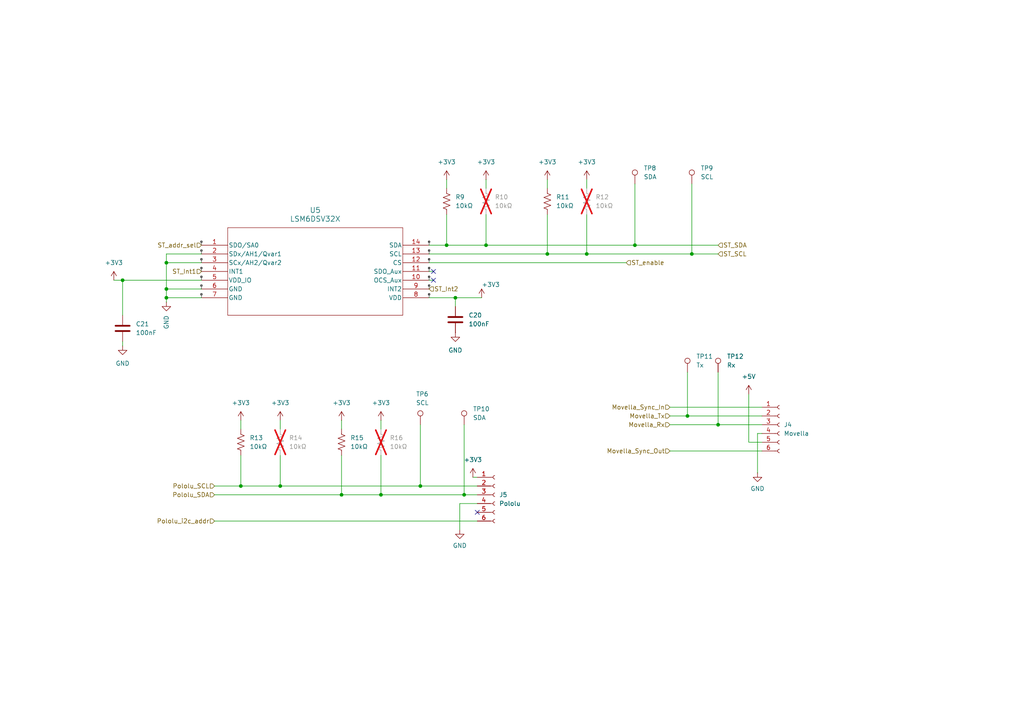
<source format=kicad_sch>
(kicad_sch (version 20231120) (generator "eeschema") (generator_version "8.0")
  (paper "A4")
  (lib_symbols
    (symbol "Connector:Conn_01x06_Socket" (pin_names (offset 1.016) hide)
      (property "Reference" "J" (at 0 7.62 0))
      (property "Value" "Conn_01x06_Socket" (at 0 -10.16 0))
      (symbol "Conn_01x06_Socket_1_1"
        (arc (start 0 -7.112) (mid -0.5058 -7.62) (end 0 -8.128) (stroke (width 0.1524)))
        (arc (start 0 -4.572) (mid -0.5058 -5.08) (end 0 -5.588) (stroke (width 0.1524)))
        (arc (start 0 -2.032) (mid -0.5058 -2.54) (end 0 -3.048) (stroke (width 0.1524)))
        (polyline (pts (xy -1.27 -7.62) (xy -0.508 -7.62)) (stroke (width 0.1524)))
        (polyline (pts (xy -1.27 -5.08) (xy -0.508 -5.08)) (stroke (width 0.1524)))
        (polyline (pts (xy -1.27 -2.54) (xy -0.508 -2.54)) (stroke (width 0.1524)))
        (polyline (pts (xy -1.27 0) (xy -0.508 0)) (stroke (width 0.1524)))
        (polyline (pts (xy -1.27 2.54) (xy -0.508 2.54)) (stroke (width 0.1524)))
        (polyline (pts (xy -1.27 5.08) (xy -0.508 5.08)) (stroke (width 0.1524)))
        (arc (start 0 0.508) (mid -0.5058 0) (end 0 -0.508) (stroke (width 0.1524)))
        (arc (start 0 3.048) (mid -0.5058 2.54) (end 0 2.032) (stroke (width 0.1524)))
        (arc (start 0 5.588) (mid -0.5058 5.08) (end 0 4.572) (stroke (width 0.1524)))
        (pin passive line (at -5.08 5.08 0) (length 3.81) (name "Pin_1") (number "1"))
        (pin passive line (at -5.08 2.54 0) (length 3.81) (name "Pin_2") (number "2"))
        (pin passive line (at -5.08 0 0) (length 3.81) (name "Pin_3") (number "3"))
        (pin passive line (at -5.08 -2.54 0) (length 3.81) (name "Pin_4") (number "4"))
        (pin passive line (at -5.08 -5.08 0) (length 3.81) (name "Pin_5") (number "5"))
        (pin passive line (at -5.08 -7.62 0) (length 3.81) (name "Pin_6") (number "6"))
      )
    )
    (symbol "Connector:TestPoint" (pin_numbers hide) (pin_names (offset 0.762) hide)
      (property "Reference" "TP" (at 0 6.858 0))
      (property "Value" "TestPoint" (at 0 5.08 0))
      (symbol "TestPoint_0_1"
        (circle (center 0 3.302) (radius 0.762))
      )
      (symbol "TestPoint_1_1"
        (pin passive line (at 0 0 90) (length 2.54) (name "1") (number "1"))
      )
    )
    (symbol "Device:C" (pin_numbers hide) (pin_names (offset 0.254))
      (property "Reference" "C" (at 0.635 2.54 0))
      (property "Value" "C" (at 0.635 -2.54 0))
      (symbol "C_0_1"
        (polyline (pts (xy -2.032 -0.762) (xy 2.032 -0.762)) (stroke (width 0.508)))
        (polyline (pts (xy -2.032 0.762) (xy 2.032 0.762)) (stroke (width 0.508)))
      )
      (symbol "C_1_1"
        (pin passive line (at 0 3.81 270) (length 2.794) (name "~") (number "1"))
        (pin passive line (at 0 -3.81 90) (length 2.794) (name "~") (number "2"))
      )
    )
    (symbol "Device:R_US" (pin_numbers hide) (pin_names (offset 0))
      (property "Reference" "R" (at 2.54 0 90))
      (property "Value" "R_US" (at -2.54 0 90))
      (symbol "R_US_0_1"
        (polyline (pts (xy 0 -2.286) (xy 0 -2.54)))
        (polyline (pts (xy 0 2.286) (xy 0 2.54)))
        (polyline (pts (xy 0 -0.762) (xy 1.016 -1.143) (xy 0 -1.524) (xy -1.016 -1.905) (xy 0 -2.286)))
        (polyline (pts (xy 0 0.762) (xy 1.016 0.381) (xy 0 0) (xy -1.016 -0.381) (xy 0 -0.762)))
        (polyline (pts (xy 0 2.286) (xy 1.016 1.905) (xy 0 1.524) (xy -1.016 1.143) (xy 0 0.762)))
      )
      (symbol "R_US_1_1"
        (pin passive line (at 0 3.81 270) (length 1.27) (name "~") (number "1"))
        (pin passive line (at 0 -3.81 90) (length 1.27) (name "~") (number "2"))
      )
    )
    (symbol "LSM6DSV32X:LSM6DSV32X" (pin_names (offset 0.254))
      (property "Reference" "U" (at 33.02 10.16 0))
      (property "Value" "LSM6DSV32X" (at 33.02 7.62 0))
      (symbol "LSM6DSV32X_0_1"
        (polyline (pts (xy 7.62 -20.32) (xy 58.42 -20.32)) (stroke (width 0.127)))
        (polyline (pts (xy 7.62 5.08) (xy 7.62 -20.32)) (stroke (width 0.127)))
        (polyline (pts (xy 58.42 -20.32) (xy 58.42 5.08)) (stroke (width 0.127)))
        (polyline (pts (xy 58.42 5.08) (xy 7.62 5.08)) (stroke (width 0.127)))
        (pin unspecified line (at 0 0 0) (length 7.62) (name "SDO/SA0") (number "1"))
        (pin unspecified line (at 66.04 -10.16 180) (length 7.62) (name "OCS_Aux") (number "10"))
        (pin unspecified line (at 66.04 -7.62 180) (length 7.62) (name "SDO_Aux") (number "11"))
        (pin unspecified line (at 66.04 -5.08 180) (length 7.62) (name "CS") (number "12"))
        (pin unspecified line (at 66.04 -2.54 180) (length 7.62) (name "SCL") (number "13"))
        (pin unspecified line (at 66.04 0 180) (length 7.62) (name "SDA") (number "14"))
        (pin unspecified line (at 0 -2.54 0) (length 7.62) (name "SDx/AH1/Qvar1") (number "2"))
        (pin unspecified line (at 0 -5.08 0) (length 7.62) (name "SCx/AH2/Qvar2") (number "3"))
        (pin output line (at 0 -7.62 0) (length 7.62) (name "INT1") (number "4"))
        (pin power_in line (at 0 -10.16 0) (length 7.62) (name "VDD_IO") (number "5"))
        (pin power_out line (at 0 -12.7 0) (length 7.62) (name "GND") (number "6"))
        (pin power_out line (at 0 -15.24 0) (length 7.62) (name "GND") (number "7"))
        (pin power_in line (at 66.04 -15.24 180) (length 7.62) (name "VDD") (number "8"))
        (pin output line (at 66.04 -12.7 180) (length 7.62) (name "INT2") (number "9"))
      )
    )
    (symbol "power:+3V3" (power) (pin_numbers hide) (pin_names (offset 0) hide)
      (property "Value" "+3V3" (at 0 3.556 0))
      (symbol "+3V3_0_1"
        (polyline (pts (xy -0.762 1.27) (xy 0 2.54)))
        (polyline (pts (xy 0 0) (xy 0 2.54)))
        (polyline (pts (xy 0 2.54) (xy 0.762 1.27)))
      )
      (symbol "+3V3_1_1"
        (pin power_in line (at 0 0 90) (length 0) (name "~") (number "1"))
      )
    )
    (symbol "power:+5V" (power) (pin_numbers hide) (pin_names (offset 0) hide)
      (property "Value" "+5V" (at 0 3.556 0))
      (symbol "+5V_0_1"
        (polyline (pts (xy -0.762 1.27) (xy 0 2.54)))
        (polyline (pts (xy 0 0) (xy 0 2.54)))
        (polyline (pts (xy 0 2.54) (xy 0.762 1.27)))
      )
      (symbol "+5V_1_1"
        (pin power_in line (at 0 0 90) (length 0) (name "~") (number "1"))
      )
    )
    (symbol "power:GND" (power) (pin_numbers hide) (pin_names (offset 0) hide)
      (property "Value" "GND" (at 0 -3.81 0))
      (symbol "GND_0_1"
        (polyline (pts (xy 0 0) (xy 0 -1.27) (xy 1.27 -1.27) (xy 0 -2.54) (xy -1.27 -1.27) (xy 0 -1.27)))
      )
      (symbol "GND_1_1"
        (pin power_in line (at 0 0 270) (length 0) (name "~") (number "1"))
      )
    )
  )
  (junction (at 158.75 73.66))
  (junction (at 81.28 140.97))
  (junction (at 69.85 140.97))
  (junction (at 199.39 120.65))
  (junction (at 121.92 140.97))
  (junction (at 134.62 143.51))
  (junction (at 129.54 71.12))
  (junction (at 48.26 83.82))
  (junction (at 48.26 76.2))
  (junction (at 170.18 73.66))
  (junction (at 140.97 71.12))
  (junction (at 99.06 143.51))
  (junction (at 110.49 143.51))
  (junction (at 132.08 86.36))
  (junction (at 200.66 73.66))
  (junction (at 48.26 86.36))
  (junction (at 208.28 123.19))
  (junction (at 184.15 71.12))
  (junction (at 35.56 81.28))
  (no_connect (at 125.73 78.74))
  (no_connect (at 125.73 81.28))
  (no_connect (at 138.43 148.59))
  (wire (pts (xy 69.85 140.97) (xy 81.28 140.97)))
  (wire (pts (xy 170.18 62.23) (xy 170.18 73.66)))
  (wire (pts (xy 140.97 62.23) (xy 140.97 71.12)))
  (wire (pts (xy 158.75 62.23) (xy 158.75 73.66)))
  (wire (pts (xy 62.23 143.51) (xy 99.06 143.51)))
  (wire (pts (xy 219.71 125.73) (xy 220.98 125.73)))
  (wire (pts (xy 69.85 132.08) (xy 69.85 140.97)))
  (wire (pts (xy 48.26 83.82) (xy 58.42 83.82)))
  (wire (pts (xy 124.46 76.2) (xy 181.61 76.2)))
  (wire (pts (xy 35.56 100.33) (xy 35.56 99.06)))
  (wire (pts (xy 208.28 73.66) (xy 200.66 73.66)))
  (wire (pts (xy 137.16 138.43) (xy 138.43 138.43)))
  (wire (pts (xy 184.15 53.34) (xy 184.15 71.12)))
  (wire (pts (xy 62.23 151.13) (xy 138.43 151.13)))
  (wire (pts (xy 33.02 81.28) (xy 35.56 81.28)))
  (wire (pts (xy 134.62 143.51) (xy 138.43 143.51)))
  (wire (pts (xy 194.31 130.81) (xy 220.98 130.81)))
  (wire (pts (xy 140.97 71.12) (xy 129.54 71.12)))
  (wire (pts (xy 170.18 73.66) (xy 158.75 73.66)))
  (wire (pts (xy 99.06 132.08) (xy 99.06 143.51)))
  (wire (pts (xy 110.49 121.92) (xy 110.49 124.46)))
  (wire (pts (xy 129.54 71.12) (xy 124.46 71.12)))
  (wire (pts (xy 35.56 81.28) (xy 35.56 91.44)))
  (wire (pts (xy 139.7 86.36) (xy 132.08 86.36)))
  (wire (pts (xy 129.54 62.23) (xy 129.54 71.12)))
  (wire (pts (xy 200.66 53.34) (xy 200.66 73.66)))
  (wire (pts (xy 125.73 78.74) (xy 124.46 78.74)))
  (wire (pts (xy 48.26 73.66) (xy 48.26 76.2)))
  (wire (pts (xy 133.35 146.05) (xy 133.35 153.67)))
  (wire (pts (xy 99.06 143.51) (xy 110.49 143.51)))
  (wire (pts (xy 48.26 83.82) (xy 48.26 86.36)))
  (wire (pts (xy 121.92 140.97) (xy 138.43 140.97)))
  (wire (pts (xy 158.75 52.07) (xy 158.75 54.61)))
  (wire (pts (xy 81.28 121.92) (xy 81.28 124.46)))
  (wire (pts (xy 81.28 140.97) (xy 121.92 140.97)))
  (wire (pts (xy 140.97 52.07) (xy 140.97 54.61)))
  (wire (pts (xy 219.71 137.16) (xy 219.71 125.73)))
  (wire (pts (xy 121.92 123.19) (xy 121.92 140.97)))
  (wire (pts (xy 58.42 76.2) (xy 48.26 76.2)))
  (wire (pts (xy 69.85 121.92) (xy 69.85 124.46)))
  (wire (pts (xy 133.35 146.05) (xy 138.43 146.05)))
  (wire (pts (xy 48.26 86.36) (xy 58.42 86.36)))
  (wire (pts (xy 208.28 107.95) (xy 208.28 123.19)))
  (wire (pts (xy 48.26 86.36) (xy 48.26 87.63)))
  (wire (pts (xy 62.23 140.97) (xy 69.85 140.97)))
  (wire (pts (xy 217.17 128.27) (xy 220.98 128.27)))
  (wire (pts (xy 194.31 118.11) (xy 220.98 118.11)))
  (wire (pts (xy 184.15 71.12) (xy 208.28 71.12)))
  (wire (pts (xy 200.66 73.66) (xy 170.18 73.66)))
  (wire (pts (xy 58.42 73.66) (xy 48.26 73.66)))
  (wire (pts (xy 48.26 76.2) (xy 48.26 83.82)))
  (wire (pts (xy 217.17 114.3) (xy 217.17 128.27)))
  (wire (pts (xy 158.75 73.66) (xy 124.46 73.66)))
  (wire (pts (xy 110.49 132.08) (xy 110.49 143.51)))
  (wire (pts (xy 199.39 107.95) (xy 199.39 120.65)))
  (wire (pts (xy 208.28 123.19) (xy 220.98 123.19)))
  (wire (pts (xy 110.49 143.51) (xy 134.62 143.51)))
  (wire (pts (xy 194.31 123.19) (xy 208.28 123.19)))
  (wire (pts (xy 194.31 120.65) (xy 199.39 120.65)))
  (wire (pts (xy 199.39 120.65) (xy 220.98 120.65)))
  (wire (pts (xy 134.62 123.19) (xy 134.62 143.51)))
  (wire (pts (xy 35.56 81.28) (xy 58.42 81.28)))
  (wire (pts (xy 140.97 71.12) (xy 184.15 71.12)))
  (wire (pts (xy 125.73 81.28) (xy 124.46 81.28)))
  (wire (pts (xy 132.08 88.9) (xy 132.08 86.36)))
  (wire (pts (xy 99.06 121.92) (xy 99.06 124.46)))
  (wire (pts (xy 129.54 52.07) (xy 129.54 54.61)))
  (wire (pts (xy 170.18 52.07) (xy 170.18 54.61)))
  (wire (pts (xy 81.28 132.08) (xy 81.28 140.97)))
  (wire (pts (xy 132.08 86.36) (xy 124.46 86.36)))
  (hierarchical_label "Movella_Tx" (shape input) (at 194.31 120.65 180))
  (hierarchical_label "ST_SDA" (shape input) (at 208.28 71.12 0))
  (hierarchical_label "Pololu_i2c_addr" (shape input) (at 62.23 151.13 180))
  (hierarchical_label "ST_Int2" (shape input) (at 124.46 83.82 0))
  (hierarchical_label "ST_addr_sel" (shape input) (at 58.42 71.12 180))
  (hierarchical_label "ST_enable" (shape input) (at 181.61 76.2 0))
  (hierarchical_label "Movella_Sync_Out" (shape input) (at 194.31 130.81 180))
  (hierarchical_label "Movella_Rx" (shape input) (at 194.31 123.19 180))
  (hierarchical_label "Pololu_SCL" (shape input) (at 62.23 140.97 180))
  (hierarchical_label "Pololu_SDA" (shape input) (at 62.23 143.51 180))
  (hierarchical_label "ST_Int1" (shape input) (at 58.42 78.74 180))
  (hierarchical_label "Movella_Sync_In" (shape input) (at 194.31 118.11 180))
  (hierarchical_label "ST_SCL" (shape input) (at 208.28 73.66 0))
  (netclass_flag "" (length 1) (shape dot) (at 58.42 71.12 0) (property "Netclass" "tight_pitch" (effects (hide yes))))
  (netclass_flag "" (length 1) (shape dot) (at 124.46 81.28 0) (property "Netclass" "tight_pitch" (effects (hide yes))))
  (netclass_flag "" (length 1) (shape dot) (at 124.46 71.12 0) (property "Netclass" "tight_pitch" (effects (hide yes))))
  (netclass_flag "" (length 1) (shape dot) (at 58.42 86.36 0) (property "Netclass" "tight_pitch" (effects (hide yes))))
  (netclass_flag "" (length 1) (shape dot) (at 58.42 78.74 0) (property "Netclass" "tight_pitch" (effects (hide yes))))
  (netclass_flag "" (length 1) (shape dot) (at 124.46 78.74 0) (property "Netclass" "tight_pitch" (effects (hide yes))))
  (netclass_flag "" (length 1) (shape dot) (at 124.46 83.82 0) (property "Netclass" "tight_pitch" (effects (hide yes))))
  (netclass_flag "" (length 1) (shape dot) (at 124.46 76.2 0) (property "Netclass" "tight_pitch" (effects (hide yes))))
  (netclass_flag "" (length 1) (shape dot) (at 124.46 73.66 0) (property "Netclass" "tight_pitch" (effects (hide yes))))
  (netclass_flag "" (length 1) (shape dot) (at 58.42 81.28 0) (property "Netclass" "tight_pitch" (effects (hide yes))))
  (netclass_flag "" (length 1) (shape dot) (at 58.42 76.2 0) (property "Netclass" "tight_pitch" (effects (hide yes))))
  (netclass_flag "" (length 1) (shape dot) (at 124.46 86.36 0) (property "Netclass" "tight_pitch" (effects (hide yes))))
  (netclass_flag "" (length 1) (shape dot) (at 58.42 83.82 0) (property "Netclass" "tight_pitch" (effects (hide yes))))
  (netclass_flag "" (length 1) (shape dot) (at 58.42 73.66 0) (property "Netclass" "tight_pitch" (effects (hide yes))))
  (symbol (lib_id "Device:R_US") (at 140.97 58.42 0) (unit 1) (dnp yes)
    (property "Reference" "R10" (at 143.51 57.1499 0) (effects (justify left)))
    (property "Value" "10kΩ" (at 143.51 59.6899 0) (effects (justify left)))
    (property "Footprint" "Resistor_SMD:R_0805_2012Metric_Pad1.20x1.40mm_HandSolder" (effects (hide yes)))
  )
  (symbol (lib_id "power:+3V3") (at 158.75 52.07 0) (unit 1)
    (property "Reference" "#PWR039" (effects (hide yes)))
    (property "Value" "+3V3" (at 158.75 46.99 0))
  )
  (symbol (lib_id "power:GND") (at 35.56 100.33 0) (unit 1)
    (property "Reference" "#PWR045" (effects (hide yes)))
    (property "Value" "GND" (at 35.56 105.41 0))
    (property "Description" "Power symbol creates a global label with name \"GND\" , ground" (effects (hide yes)))
  )
  (symbol (lib_id "Device:R_US") (at 69.85 128.27 0) (unit 1)
    (property "Reference" "R13" (at 72.39 126.9999 0) (effects (justify left)))
    (property "Value" "10kΩ" (at 72.39 129.5399 0) (effects (justify left)))
    (property "Footprint" "Resistor_SMD:R_0805_2012Metric_Pad1.20x1.40mm_HandSolder" (effects (hide yes)))
  )
  (symbol (lib_id "Connector:Conn_01x06_Socket") (at 226.06 123.19 0) (unit 1)
    (property "Reference" "J4" (at 227.33 123.1899 0) (effects (justify left)))
    (property "Value" "Movella" (at 227.33 125.7299 0) (effects (justify left)))
    (property "Footprint" "canhw:connector_Harwin_G125–MG10605M4P" (effects (hide yes)))
    (property "Description" "Generic connector, single row, 01x06, script generated" (effects (hide yes)))
  )
  (symbol (lib_id "Device:R_US") (at 129.54 58.42 0) (unit 1)
    (property "Reference" "R9" (at 132.08 57.1499 0) (effects (justify left)))
    (property "Value" "10kΩ" (at 132.08 59.6899 0) (effects (justify left)))
    (property "Footprint" "Resistor_SMD:R_0805_2012Metric_Pad1.20x1.40mm_HandSolder" (effects (hide yes)))
  )
  (symbol (lib_id "power:+3V3") (at 140.97 52.07 0) (unit 1)
    (property "Reference" "#PWR038" (effects (hide yes)))
    (property "Value" "+3V3" (at 140.97 46.99 0))
  )
  (symbol (lib_id "power:+3V3") (at 81.28 121.92 0) (unit 1)
    (property "Reference" "#PWR048" (effects (hide yes)))
    (property "Value" "+3V3" (at 81.28 116.84 0))
  )
  (symbol (lib_id "Device:R_US") (at 110.49 128.27 0) (unit 1) (dnp yes)
    (property "Reference" "R16" (at 113.03 126.9999 0) (effects (justify left)))
    (property "Value" "10kΩ" (at 113.03 129.5399 0) (effects (justify left)))
    (property "Footprint" "Resistor_SMD:R_0805_2012Metric_Pad1.20x1.40mm_HandSolder" (effects (hide yes)))
  )
  (symbol (lib_id "Connector:TestPoint") (at 121.92 123.19 0) (unit 1)
    (property "Reference" "TP6" (at 120.65 114.3 0) (effects (justify left)))
    (property "Value" "SCL" (at 120.65 116.84 0) (effects (justify left)))
    (property "Footprint" "TestPoint:TestPoint_Keystone_5000-5004_Miniature" (effects (hide yes)))
    (property "Description" "test point" (effects (hide yes)))
  )
  (symbol (lib_id "Device:R_US") (at 99.06 128.27 0) (unit 1)
    (property "Reference" "R15" (at 101.6 126.9999 0) (effects (justify left)))
    (property "Value" "10kΩ" (at 101.6 129.5399 0) (effects (justify left)))
    (property "Footprint" "Resistor_SMD:R_0805_2012Metric_Pad1.20x1.40mm_HandSolder" (effects (hide yes)))
  )
  (symbol (lib_id "Connector:TestPoint") (at 184.15 53.34 0) (unit 1)
    (property "Reference" "TP8" (at 186.69 48.7679 0) (effects (justify left)))
    (property "Value" "SDA" (at 186.69 51.3079 0) (effects (justify left)))
    (property "Footprint" "TestPoint:TestPoint_Pad_D1.5mm" (effects (hide yes)))
    (property "Description" "test point" (effects (hide yes)))
  )
  (symbol (lib_id "Device:R_US") (at 81.28 128.27 0) (unit 1) (dnp yes)
    (property "Reference" "R14" (at 83.82 126.9999 0) (effects (justify left)))
    (property "Value" "10kΩ" (at 83.82 129.5399 0) (effects (justify left)))
    (property "Footprint" "Resistor_SMD:R_0805_2012Metric_Pad1.20x1.40mm_HandSolder" (effects (hide yes)))
  )
  (symbol (lib_id "power:GND") (at 133.35 153.67 0) (unit 1)
    (property "Reference" "#PWR053" (effects (hide yes)))
    (property "Value" "GND" (at 133.35 158.242 0))
  )
  (symbol (lib_id "power:+3V3") (at 33.02 81.28 0) (unit 1)
    (property "Reference" "#PWR041" (effects (hide yes)))
    (property "Value" "+3V3" (at 33.02 76.2 0))
    (property "Description" "Power symbol creates a global label with name \"+3V3\"" (effects (hide yes)))
  )
  (symbol (lib_id "Connector:TestPoint") (at 199.39 107.95 0) (unit 1)
    (property "Reference" "TP11" (at 201.93 103.3779 0) (effects (justify left)))
    (property "Value" "Tx" (at 201.93 105.9179 0) (effects (justify left)))
    (property "Footprint" "TestPoint:TestPoint_Keystone_5000-5004_Miniature" (effects (hide yes)))
    (property "Description" "test point" (effects (hide yes)))
  )
  (symbol (lib_id "power:GND") (at 48.26 87.63 0) (unit 1)
    (property "Reference" "#PWR043" (effects (hide yes)))
    (property "Value" "GND" (at 48.2599 91.44 90) (effects (justify right)))
    (property "Description" "Power symbol creates a global label with name \"GND\" , ground" (effects (hide yes)))
  )
  (symbol (lib_id "Connector:TestPoint") (at 134.62 123.19 0) (unit 1)
    (property "Reference" "TP10" (at 137.16 118.6179 0) (effects (justify left)))
    (property "Value" "SDA" (at 137.16 121.1579 0) (effects (justify left)))
    (property "Footprint" "TestPoint:TestPoint_Keystone_5000-5004_Miniature" (effects (hide yes)))
    (property "Description" "test point" (effects (hide yes)))
  )
  (symbol (lib_id "power:+3V3") (at 129.54 52.07 0) (unit 1)
    (property "Reference" "#PWR037" (effects (hide yes)))
    (property "Value" "+3V3" (at 129.54 46.99 0))
  )
  (symbol (lib_id "Device:C") (at 35.56 95.25 0) (unit 1)
    (property "Reference" "C21" (at 39.37 93.98 0) (effects (justify left)))
    (property "Value" "100nF" (at 39.37 96.5199 0) (effects (justify left)))
    (property "Footprint" "Capacitor_SMD:C_0805_2012Metric_Pad1.18x1.45mm_HandSolder" (effects (hide yes)))
    (property "Description" "Unpolarized capacitor" (effects (hide yes)))
  )
  (symbol (lib_id "Device:R_US") (at 170.18 58.42 0) (unit 1) (dnp yes)
    (property "Reference" "R12" (at 172.72 57.1499 0) (effects (justify left)))
    (property "Value" "10kΩ" (at 172.72 59.6899 0) (effects (justify left)))
    (property "Footprint" "Resistor_SMD:R_0805_2012Metric_Pad1.20x1.40mm_HandSolder" (effects (hide yes)))
  )
  (symbol (lib_id "Device:C") (at 132.08 92.71 0) (unit 1)
    (property "Reference" "C20" (at 135.89 91.4399 0) (effects (justify left)))
    (property "Value" "100nF" (at 135.89 93.9799 0) (effects (justify left)))
    (property "Footprint" "Capacitor_SMD:C_0805_2012Metric_Pad1.18x1.45mm_HandSolder" (effects (hide yes)))
    (property "Description" "Unpolarized capacitor" (effects (hide yes)))
  )
  (symbol (lib_id "power:+3V3") (at 139.7 86.36 0) (unit 1)
    (property "Reference" "#PWR042" (effects (hide yes)))
    (property "Value" "+3V3" (at 139.6999 82.55 0) (effects (justify left)))
    (property "Description" "Power symbol creates a global label with name \"+3V3\"" (effects (hide yes)))
  )
  (symbol (lib_id "power:+5V") (at 217.17 114.3 0) (unit 1)
    (property "Reference" "#PWR046" (effects (hide yes)))
    (property "Value" "+5V" (at 217.17 109.22 0))
    (property "Description" "Power symbol creates a global label with name \"+5V\"" (effects (hide yes)))
  )
  (symbol (lib_id "power:+3V3") (at 110.49 121.92 0) (unit 1)
    (property "Reference" "#PWR050" (effects (hide yes)))
    (property "Value" "+3V3" (at 110.49 116.84 0))
  )
  (symbol (lib_id "power:+3V3") (at 170.18 52.07 0) (unit 1)
    (property "Reference" "#PWR040" (effects (hide yes)))
    (property "Value" "+3V3" (at 170.18 46.99 0))
  )
  (symbol (lib_id "power:+3V3") (at 137.16 138.43 0) (unit 1)
    (property "Reference" "#PWR052" (effects (hide yes)))
    (property "Value" "+3V3" (at 137.16 133.35 0))
  )
  (symbol (lib_id "Device:R_US") (at 158.75 58.42 0) (unit 1)
    (property "Reference" "R11" (at 161.29 57.1499 0) (effects (justify left)))
    (property "Value" "10kΩ" (at 161.29 59.6899 0) (effects (justify left)))
    (property "Footprint" "Resistor_SMD:R_0805_2012Metric_Pad1.20x1.40mm_HandSolder" (effects (hide yes)))
  )
  (symbol (lib_id "Connector:TestPoint") (at 200.66 53.34 0) (unit 1)
    (property "Reference" "TP9" (at 203.2 48.7679 0) (effects (justify left)))
    (property "Value" "SCL" (at 203.2 51.3079 0) (effects (justify left)))
    (property "Footprint" "TestPoint:TestPoint_Pad_D1.5mm" (effects (hide yes)))
    (property "Description" "test point" (effects (hide yes)))
  )
  (symbol (lib_id "power:+3V3") (at 99.06 121.92 0) (unit 1)
    (property "Reference" "#PWR049" (effects (hide yes)))
    (property "Value" "+3V3" (at 99.06 116.84 0))
  )
  (symbol (lib_id "power:GND") (at 132.08 96.52 0) (unit 1)
    (property "Reference" "#PWR044" (effects (hide yes)))
    (property "Value" "GND" (at 132.08 101.6 0))
    (property "Description" "Power symbol creates a global label with name \"GND\" , ground" (effects (hide yes)))
  )
  (symbol (lib_id "Connector:TestPoint") (at 208.28 107.95 0) (unit 1)
    (property "Reference" "TP12" (at 210.82 103.3779 0) (effects (justify left)))
    (property "Value" "Rx" (at 210.82 105.9179 0) (effects (justify left)))
    (property "Footprint" "TestPoint:TestPoint_Keystone_5000-5004_Miniature" (effects (hide yes)))
    (property "Description" "test point" (effects (hide yes)))
  )
  (symbol (lib_id "power:GND") (at 219.71 137.16 0) (unit 1)
    (property "Reference" "#PWR051" (effects (hide yes)))
    (property "Value" "GND" (at 219.71 141.732 0))
  )
  (symbol (lib_id "LSM6DSV32X:LSM6DSV32X") (at 58.42 71.12 0) (unit 1)
    (property "Reference" "U5" (at 91.44 60.96 0) (effects (font (size 1.524 1.524))))
    (property "Value" "LSM6DSV32X" (at 91.44 63.5 0) (effects (font (size 1.524 1.524))))
    (property "Footprint" "LSM6DSV32X:LGA-14L_2p5X3p0X0p86_STM" (effects (hide yes)))
    (property "Datasheet" "https://www.st.com/resource/en/datasheet/lsm6dsv32x.pdf" (effects (hide yes)))
    (property "Description" "Back Up Higher Saturation Gyro" (effects (hide yes)))
  )
  (symbol (lib_id "Connector:Conn_01x06_Socket") (at 143.51 143.51 0) (unit 1)
    (property "Reference" "J5" (at 144.78 143.5099 0) (effects (justify left)))
    (property "Value" "Pololu" (at 144.78 146.0499 0) (effects (justify left)))
    (property "Footprint" "canhw:connector_Harwin_G125–MG10605M4P" (effects (hide yes)))
    (property "Description" "Generic connector, single row, 01x06, script generated" (effects (hide yes)))
  )
  (symbol (lib_id "power:+3V3") (at 69.85 121.92 0) (unit 1)
    (property "Reference" "#PWR047" (effects (hide yes)))
    (property "Value" "+3V3" (at 69.85 116.84 0))
  )
)
</source>
